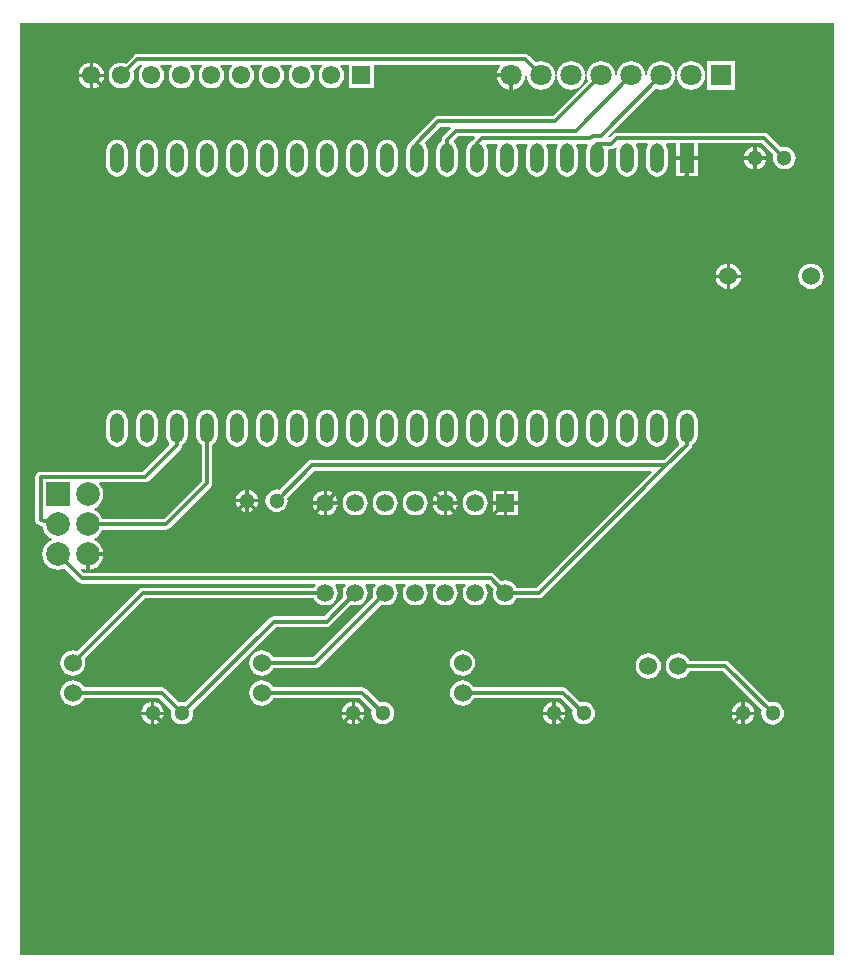
<source format=gbl>
G04 Layer_Physical_Order=2*
G04 Layer_Color=11436288*
%FSLAX25Y25*%
%MOIN*%
G70*
G01*
G75*
%ADD11C,0.01181*%
%ADD12C,0.07874*%
%ADD13R,0.07874X0.07874*%
%ADD14R,0.05906X0.05906*%
%ADD15C,0.05906*%
%ADD16C,0.05118*%
%ADD17C,0.06000*%
%ADD18C,0.07087*%
%ADD19R,0.07087X0.07087*%
%ADD20O,0.04724X0.09843*%
%ADD21R,0.04724X0.09843*%
%ADD22R,0.06102X0.06102*%
%ADD23C,0.06102*%
G36*
X332438Y61263D02*
X61263D01*
Y371808D01*
X332438D01*
Y61263D01*
D02*
G37*
%LPC*%
G36*
X227047Y211260D02*
X223504D01*
Y207717D01*
X227047D01*
Y211260D01*
D02*
G37*
G36*
X222323D02*
X218780D01*
Y207717D01*
X222323D01*
Y211260D01*
D02*
G37*
G36*
X162323D02*
X158822D01*
X158886Y210771D01*
X159302Y209766D01*
X159965Y208902D01*
X160829Y208240D01*
X161834Y207823D01*
X162323Y207759D01*
Y211260D01*
D02*
G37*
G36*
X202323D02*
X198822D01*
X198886Y210771D01*
X199302Y209766D01*
X199965Y208902D01*
X200829Y208240D01*
X201834Y207823D01*
X202323Y207759D01*
Y211260D01*
D02*
G37*
G36*
X167005D02*
X163504D01*
Y207759D01*
X163993Y207823D01*
X164998Y208240D01*
X165862Y208902D01*
X166524Y209766D01*
X166941Y210771D01*
X167005Y211260D01*
D02*
G37*
G36*
X172913Y216020D02*
X171834Y215878D01*
X170829Y215461D01*
X169965Y214799D01*
X169302Y213935D01*
X168886Y212930D01*
X168744Y211850D01*
X168886Y210771D01*
X169302Y209766D01*
X169965Y208902D01*
X170829Y208240D01*
X171834Y207823D01*
X172913Y207681D01*
X173993Y207823D01*
X174998Y208240D01*
X175862Y208902D01*
X176524Y209766D01*
X176941Y210771D01*
X177083Y211850D01*
X176941Y212930D01*
X176524Y213935D01*
X175862Y214799D01*
X174998Y215461D01*
X173993Y215878D01*
X172913Y216020D01*
D02*
G37*
G36*
X88825Y194134D02*
X84331D01*
Y189640D01*
X85076Y189738D01*
X86321Y190254D01*
X87391Y191074D01*
X88211Y192143D01*
X88727Y193388D01*
X88825Y194134D01*
D02*
G37*
G36*
X182913Y216020D02*
X181834Y215878D01*
X180829Y215461D01*
X179965Y214799D01*
X179303Y213935D01*
X178886Y212930D01*
X178744Y211850D01*
X178886Y210771D01*
X179303Y209766D01*
X179965Y208902D01*
X180829Y208240D01*
X181834Y207823D01*
X182913Y207681D01*
X183993Y207823D01*
X184998Y208240D01*
X185862Y208902D01*
X186524Y209766D01*
X186941Y210771D01*
X187083Y211850D01*
X186941Y212930D01*
X186524Y213935D01*
X185862Y214799D01*
X184998Y215461D01*
X183993Y215878D01*
X182913Y216020D01*
D02*
G37*
G36*
X212913D02*
X211834Y215878D01*
X210829Y215461D01*
X209965Y214799D01*
X209302Y213935D01*
X208886Y212930D01*
X208744Y211850D01*
X208886Y210771D01*
X209302Y209766D01*
X209965Y208902D01*
X210829Y208240D01*
X211834Y207823D01*
X212913Y207681D01*
X213993Y207823D01*
X214998Y208240D01*
X215862Y208902D01*
X216524Y209766D01*
X216941Y210771D01*
X217083Y211850D01*
X216941Y212930D01*
X216524Y213935D01*
X215862Y214799D01*
X214998Y215461D01*
X213993Y215878D01*
X212913Y216020D01*
D02*
G37*
G36*
X192913D02*
X191834Y215878D01*
X190829Y215461D01*
X189965Y214799D01*
X189303Y213935D01*
X188886Y212930D01*
X188744Y211850D01*
X188886Y210771D01*
X189303Y209766D01*
X189965Y208902D01*
X190829Y208240D01*
X191834Y207823D01*
X192913Y207681D01*
X193993Y207823D01*
X194998Y208240D01*
X195862Y208902D01*
X196524Y209766D01*
X196941Y210771D01*
X197083Y211850D01*
X196941Y212930D01*
X196524Y213935D01*
X195862Y214799D01*
X194998Y215461D01*
X193993Y215878D01*
X192913Y216020D01*
D02*
G37*
G36*
X207005Y211260D02*
X203504D01*
Y207759D01*
X203993Y207823D01*
X204998Y208240D01*
X205862Y208902D01*
X206524Y209766D01*
X206941Y210771D01*
X207005Y211260D01*
D02*
G37*
G36*
X222323Y215984D02*
X218780D01*
Y212441D01*
X222323D01*
Y215984D01*
D02*
G37*
G36*
X203504Y215942D02*
Y212441D01*
X207005D01*
X206941Y212930D01*
X206524Y213935D01*
X205862Y214799D01*
X204998Y215461D01*
X203993Y215878D01*
X203504Y215942D01*
D02*
G37*
G36*
X227047Y215984D02*
X223504D01*
Y212441D01*
X227047D01*
Y215984D01*
D02*
G37*
G36*
X137401Y216293D02*
Y213189D01*
X140506D01*
X140455Y213575D01*
X140078Y214485D01*
X139479Y215266D01*
X138697Y215865D01*
X137787Y216242D01*
X137401Y216293D01*
D02*
G37*
G36*
X136221D02*
X135835Y216242D01*
X134925Y215865D01*
X134143Y215266D01*
X133544Y214485D01*
X133167Y213575D01*
X133116Y213189D01*
X136221D01*
Y216293D01*
D02*
G37*
G36*
X140506Y212008D02*
X137401D01*
Y208904D01*
X137787Y208955D01*
X138697Y209331D01*
X139479Y209931D01*
X140078Y210712D01*
X140455Y211622D01*
X140506Y212008D01*
D02*
G37*
G36*
X136221D02*
X133116D01*
X133167Y211622D01*
X133544Y210712D01*
X134143Y209931D01*
X134925Y209331D01*
X135835Y208955D01*
X136221Y208904D01*
Y212008D01*
D02*
G37*
G36*
X162323Y215942D02*
X161834Y215878D01*
X160829Y215461D01*
X159965Y214799D01*
X159302Y213935D01*
X158886Y212930D01*
X158822Y212441D01*
X162323D01*
Y215942D01*
D02*
G37*
G36*
X202323D02*
X201834Y215878D01*
X200829Y215461D01*
X199965Y214799D01*
X199302Y213935D01*
X198886Y212930D01*
X198822Y212441D01*
X202323D01*
Y215942D01*
D02*
G37*
G36*
X163504D02*
Y212441D01*
X167005D01*
X166941Y212930D01*
X166524Y213935D01*
X165862Y214799D01*
X164998Y215461D01*
X163993Y215878D01*
X163504Y215942D01*
D02*
G37*
G36*
X283465Y242904D02*
X282540Y242783D01*
X281678Y242426D01*
X280938Y241858D01*
X280369Y241118D01*
X280012Y240256D01*
X279891Y239331D01*
Y234212D01*
X280012Y233288D01*
X280369Y232426D01*
X280938Y231685D01*
X280963Y231303D01*
X275866Y226206D01*
X158455D01*
X157764Y226069D01*
X157178Y225677D01*
X147710Y216209D01*
X147630Y216242D01*
X146654Y216371D01*
X145677Y216242D01*
X144767Y215865D01*
X143986Y215266D01*
X143387Y214485D01*
X143010Y213575D01*
X142881Y212598D01*
X143010Y211622D01*
X143387Y210712D01*
X143986Y209931D01*
X144767Y209331D01*
X145677Y208955D01*
X146654Y208826D01*
X147630Y208955D01*
X148540Y209331D01*
X149321Y209931D01*
X149921Y210712D01*
X150297Y211622D01*
X150426Y212598D01*
X150297Y213575D01*
X150264Y213655D01*
X159203Y222594D01*
X271600D01*
X271792Y222132D01*
X233317Y183657D01*
X226640D01*
X226524Y183935D01*
X225862Y184799D01*
X224998Y185461D01*
X223992Y185878D01*
X222913Y186020D01*
X221834Y185878D01*
X221556Y185763D01*
X219341Y187977D01*
X218755Y188369D01*
X218064Y188506D01*
X82513D01*
X81411Y189608D01*
X81694Y190032D01*
X82404Y189738D01*
X83150Y189640D01*
Y194724D01*
X83740D01*
Y195315D01*
X88825D01*
X88727Y196061D01*
X88211Y197306D01*
X87391Y198375D01*
X86321Y199195D01*
X85697Y199454D01*
Y199995D01*
X86321Y200254D01*
X87391Y201074D01*
X88211Y202143D01*
X88532Y202918D01*
X109800D01*
X110491Y203056D01*
X111077Y203447D01*
X124742Y217112D01*
X125134Y217698D01*
X125271Y218389D01*
Y231132D01*
X125992Y231685D01*
X126560Y232426D01*
X126917Y233288D01*
X127039Y234212D01*
Y239331D01*
X126917Y240256D01*
X126560Y241118D01*
X125992Y241858D01*
X125251Y242426D01*
X124390Y242783D01*
X123465Y242904D01*
X122540Y242783D01*
X121678Y242426D01*
X120938Y241858D01*
X120370Y241118D01*
X120012Y240256D01*
X119891Y239331D01*
Y234212D01*
X120012Y233288D01*
X120370Y232426D01*
X120938Y231685D01*
X121658Y231132D01*
Y219137D01*
X109052Y206531D01*
X88532D01*
X88211Y207306D01*
X87391Y208375D01*
X86321Y209195D01*
X85697Y209454D01*
Y209995D01*
X86321Y210254D01*
X87391Y211074D01*
X88211Y212143D01*
X88727Y213388D01*
X88902Y214724D01*
X88727Y216060D01*
X88211Y217305D01*
X87529Y218194D01*
X87762Y218694D01*
X102750D01*
X103441Y218831D01*
X104027Y219223D01*
X114742Y229937D01*
X115134Y230523D01*
X115252Y231118D01*
X115992Y231685D01*
X116560Y232426D01*
X116917Y233288D01*
X117039Y234212D01*
Y239331D01*
X116917Y240256D01*
X116560Y241118D01*
X115992Y241858D01*
X115252Y242426D01*
X114390Y242783D01*
X113465Y242904D01*
X112540Y242783D01*
X111678Y242426D01*
X110938Y241858D01*
X110370Y241118D01*
X110012Y240256D01*
X109891Y239331D01*
Y234212D01*
X110012Y233288D01*
X110370Y232426D01*
X110938Y231685D01*
X110965Y231269D01*
X102002Y222306D01*
X68000D01*
X67309Y222169D01*
X66723Y221777D01*
X66331Y221191D01*
X66194Y220500D01*
Y206250D01*
X66217Y206131D01*
X66210Y206011D01*
X66285Y205789D01*
X66331Y205559D01*
D01*
X66398Y205458D01*
X66438Y205344D01*
X66592Y205168D01*
X66723Y204973D01*
X66823Y204906D01*
X66903Y204815D01*
X67114Y204711D01*
X67309Y204581D01*
X67427Y204557D01*
X67536Y204504D01*
X68646Y204209D01*
X68754Y203388D01*
X69270Y202143D01*
X70090Y201074D01*
X71159Y200254D01*
X71784Y199995D01*
Y199454D01*
X71159Y199195D01*
X70090Y198375D01*
X69270Y197306D01*
X68754Y196061D01*
X68578Y194724D01*
X68754Y193388D01*
X69270Y192143D01*
X70090Y191074D01*
X71159Y190254D01*
X72404Y189738D01*
X73740Y189562D01*
X75076Y189738D01*
X75851Y190059D01*
X80487Y185423D01*
X81073Y185031D01*
X81765Y184894D01*
X159408D01*
X159654Y184394D01*
X159302Y183935D01*
X159187Y183657D01*
X102047D01*
X101356Y183519D01*
X100770Y183128D01*
X80134Y162492D01*
X79832Y162617D01*
X78740Y162761D01*
X77649Y162617D01*
X76632Y162196D01*
X75758Y161525D01*
X75088Y160652D01*
X74667Y159635D01*
X74523Y158543D01*
X74667Y157452D01*
X75088Y156435D01*
X75758Y155561D01*
X76632Y154891D01*
X77649Y154470D01*
X78740Y154326D01*
X79832Y154470D01*
X80849Y154891D01*
X81722Y155561D01*
X82392Y156435D01*
X82814Y157452D01*
X82957Y158543D01*
X82814Y159635D01*
X82688Y159937D01*
X102795Y180044D01*
X159187D01*
X159302Y179766D01*
X159965Y178902D01*
X160829Y178240D01*
X161834Y177823D01*
X162913Y177681D01*
X163993Y177823D01*
X164998Y178240D01*
X165862Y178902D01*
X166524Y179766D01*
X166941Y180771D01*
X167083Y181850D01*
X166941Y182930D01*
X166524Y183935D01*
X166173Y184394D01*
X166419Y184894D01*
X169408D01*
X169654Y184394D01*
X169302Y183935D01*
X168886Y182930D01*
X168744Y181850D01*
X168886Y180771D01*
X169001Y180493D01*
X162615Y174106D01*
X145725D01*
X145034Y173969D01*
X144448Y173577D01*
X116214Y145343D01*
X116134Y145376D01*
X115157Y145505D01*
X114181Y145376D01*
X114101Y145343D01*
X109624Y149821D01*
X109037Y150212D01*
X108346Y150350D01*
X82518D01*
X82392Y150652D01*
X81722Y151525D01*
X80849Y152196D01*
X79832Y152617D01*
X78740Y152761D01*
X77649Y152617D01*
X76632Y152196D01*
X75758Y151525D01*
X75088Y150652D01*
X74667Y149635D01*
X74523Y148543D01*
X74667Y147452D01*
X75088Y146435D01*
X75758Y145561D01*
X76632Y144891D01*
X77649Y144470D01*
X78740Y144326D01*
X79832Y144470D01*
X80849Y144891D01*
X81722Y145561D01*
X82392Y146435D01*
X82518Y146737D01*
X107598D01*
X111547Y142788D01*
X111513Y142709D01*
X111385Y141732D01*
X111513Y140756D01*
X111890Y139846D01*
X112490Y139065D01*
X113271Y138465D01*
X114181Y138088D01*
X115157Y137960D01*
X116134Y138088D01*
X117044Y138465D01*
X117825Y139065D01*
X118424Y139846D01*
X118801Y140756D01*
X118930Y141732D01*
X118801Y142709D01*
X118768Y142788D01*
X146473Y170494D01*
X163363D01*
X164054Y170631D01*
X164640Y171023D01*
X171556Y177938D01*
X171834Y177823D01*
X172913Y177681D01*
X173993Y177823D01*
X174998Y178240D01*
X175862Y178902D01*
X176524Y179766D01*
X176941Y180771D01*
X177083Y181850D01*
X176941Y182930D01*
X176524Y183935D01*
X176172Y184394D01*
X176419Y184894D01*
X179408D01*
X179654Y184394D01*
X179303Y183935D01*
X178886Y182930D01*
X178744Y181850D01*
X178886Y180771D01*
X179001Y180493D01*
X158858Y160350D01*
X145510D01*
X145384Y160652D01*
X144714Y161525D01*
X143841Y162196D01*
X142824Y162617D01*
X141732Y162761D01*
X140641Y162617D01*
X139624Y162196D01*
X138750Y161525D01*
X138080Y160652D01*
X137659Y159635D01*
X137515Y158543D01*
X137659Y157452D01*
X138080Y156435D01*
X138750Y155561D01*
X139624Y154891D01*
X140641Y154470D01*
X141732Y154326D01*
X142824Y154470D01*
X143841Y154891D01*
X144714Y155561D01*
X145384Y156435D01*
X145510Y156737D01*
X159606D01*
X160298Y156875D01*
X160884Y157266D01*
X181556Y177938D01*
X181834Y177823D01*
X182913Y177681D01*
X183993Y177823D01*
X184998Y178240D01*
X185862Y178902D01*
X186524Y179766D01*
X186941Y180771D01*
X187083Y181850D01*
X186941Y182930D01*
X186524Y183935D01*
X186172Y184394D01*
X186419Y184894D01*
X189408D01*
X189654Y184394D01*
X189303Y183935D01*
X188886Y182930D01*
X188744Y181850D01*
X188886Y180771D01*
X189303Y179766D01*
X189965Y178902D01*
X190829Y178240D01*
X191834Y177823D01*
X192913Y177681D01*
X193993Y177823D01*
X194998Y178240D01*
X195862Y178902D01*
X196524Y179766D01*
X196941Y180771D01*
X197083Y181850D01*
X196941Y182930D01*
X196524Y183935D01*
X196172Y184394D01*
X196419Y184894D01*
X199408D01*
X199654Y184394D01*
X199302Y183935D01*
X198886Y182930D01*
X198744Y181850D01*
X198886Y180771D01*
X199302Y179766D01*
X199965Y178902D01*
X200829Y178240D01*
X201834Y177823D01*
X202913Y177681D01*
X203993Y177823D01*
X204998Y178240D01*
X205862Y178902D01*
X206524Y179766D01*
X206941Y180771D01*
X207083Y181850D01*
X206941Y182930D01*
X206524Y183935D01*
X206172Y184394D01*
X206419Y184894D01*
X209408D01*
X209654Y184394D01*
X209302Y183935D01*
X208886Y182930D01*
X208744Y181850D01*
X208886Y180771D01*
X209302Y179766D01*
X209965Y178902D01*
X210829Y178240D01*
X211834Y177823D01*
X212913Y177681D01*
X213993Y177823D01*
X214998Y178240D01*
X215862Y178902D01*
X216524Y179766D01*
X216941Y180771D01*
X217083Y181850D01*
X216941Y182930D01*
X216524Y183935D01*
X216173Y184394D01*
X216419Y184894D01*
X217316D01*
X219001Y183208D01*
X218886Y182930D01*
X218744Y181850D01*
X218886Y180771D01*
X219303Y179766D01*
X219965Y178902D01*
X220829Y178240D01*
X221834Y177823D01*
X222913Y177681D01*
X223992Y177823D01*
X224998Y178240D01*
X225862Y178902D01*
X226524Y179766D01*
X226640Y180044D01*
X234065D01*
X234756Y180182D01*
X235342Y180573D01*
X277892Y223123D01*
X284742Y229973D01*
X285134Y230559D01*
X285244Y231114D01*
X285251Y231118D01*
X285992Y231685D01*
X286560Y232426D01*
X286917Y233288D01*
X287038Y234212D01*
Y239331D01*
X286917Y240256D01*
X286560Y241118D01*
X285992Y241858D01*
X285251Y242426D01*
X284390Y242783D01*
X283465Y242904D01*
D02*
G37*
G36*
X175939Y141142D02*
X172835D01*
Y138038D01*
X173221Y138088D01*
X174130Y138465D01*
X174912Y139065D01*
X175511Y139846D01*
X175888Y140756D01*
X175939Y141142D01*
D02*
G37*
G36*
X171654D02*
X168550D01*
X168600Y140756D01*
X168977Y139846D01*
X169577Y139065D01*
X170358Y138465D01*
X171268Y138088D01*
X171654Y138038D01*
Y141142D01*
D02*
G37*
G36*
X238583D02*
X235478D01*
X235529Y140756D01*
X235906Y139846D01*
X236506Y139065D01*
X237287Y138465D01*
X238197Y138088D01*
X238583Y138038D01*
Y141142D01*
D02*
G37*
G36*
X301575D02*
X298471D01*
X298521Y140756D01*
X298898Y139846D01*
X299498Y139065D01*
X300279Y138465D01*
X301189Y138088D01*
X301575Y138038D01*
Y141142D01*
D02*
G37*
G36*
X242868D02*
X239764D01*
Y138038D01*
X240150Y138088D01*
X241059Y138465D01*
X241841Y139065D01*
X242440Y139846D01*
X242817Y140756D01*
X242868Y141142D01*
D02*
G37*
G36*
X208661Y152761D02*
X207570Y152617D01*
X206553Y152196D01*
X205679Y151525D01*
X205009Y150652D01*
X204588Y149635D01*
X204444Y148543D01*
X204588Y147452D01*
X205009Y146435D01*
X205679Y145561D01*
X206553Y144891D01*
X207570Y144470D01*
X208661Y144326D01*
X209753Y144470D01*
X210770Y144891D01*
X211643Y145561D01*
X212314Y146435D01*
X212439Y146737D01*
X241456D01*
X245405Y142788D01*
X245372Y142709D01*
X245243Y141732D01*
X245372Y140756D01*
X245749Y139846D01*
X246348Y139065D01*
X247130Y138465D01*
X248039Y138088D01*
X249016Y137960D01*
X249992Y138088D01*
X250902Y138465D01*
X251683Y139065D01*
X252283Y139846D01*
X252660Y140756D01*
X252788Y141732D01*
X252660Y142709D01*
X252283Y143618D01*
X251683Y144400D01*
X250902Y144999D01*
X249992Y145376D01*
X249016Y145505D01*
X248039Y145376D01*
X247960Y145343D01*
X243482Y149821D01*
X242896Y150212D01*
X242205Y150350D01*
X212439D01*
X212314Y150652D01*
X211643Y151525D01*
X210770Y152196D01*
X209753Y152617D01*
X208661Y152761D01*
D02*
G37*
G36*
X141732D02*
X140641Y152617D01*
X139624Y152196D01*
X138750Y151525D01*
X138080Y150652D01*
X137659Y149635D01*
X137515Y148543D01*
X137659Y147452D01*
X138080Y146435D01*
X138750Y145561D01*
X139624Y144891D01*
X140641Y144470D01*
X141732Y144326D01*
X142824Y144470D01*
X143841Y144891D01*
X144714Y145561D01*
X145384Y146435D01*
X145510Y146737D01*
X174527D01*
X178476Y142788D01*
X178443Y142709D01*
X178314Y141732D01*
X178443Y140756D01*
X178820Y139846D01*
X179419Y139065D01*
X180200Y138465D01*
X181110Y138088D01*
X182087Y137960D01*
X183063Y138088D01*
X183973Y138465D01*
X184754Y139065D01*
X185354Y139846D01*
X185731Y140756D01*
X185859Y141732D01*
X185731Y142709D01*
X185354Y143618D01*
X184754Y144400D01*
X183973Y144999D01*
X183063Y145376D01*
X182087Y145505D01*
X181110Y145376D01*
X181030Y145343D01*
X176553Y149821D01*
X175967Y150212D01*
X175275Y150350D01*
X145510D01*
X145384Y150652D01*
X144714Y151525D01*
X143841Y152196D01*
X142824Y152617D01*
X141732Y152761D01*
D02*
G37*
G36*
X280591Y161698D02*
X279499Y161554D01*
X278482Y161133D01*
X277609Y160462D01*
X276938Y159589D01*
X276517Y158572D01*
X276373Y157480D01*
X276517Y156389D01*
X276938Y155372D01*
X277609Y154498D01*
X278482Y153828D01*
X279499Y153407D01*
X280591Y153263D01*
X281682Y153407D01*
X282699Y153828D01*
X283573Y154498D01*
X284243Y155372D01*
X284368Y155674D01*
X295511D01*
X308397Y142788D01*
D01*
D01*
X308364Y142709D01*
X308235Y141732D01*
X308364Y140756D01*
X308741Y139846D01*
X309340Y139065D01*
X310122Y138465D01*
X311031Y138088D01*
X312008Y137960D01*
X312984Y138088D01*
X313894Y138465D01*
X314675Y139065D01*
X315275Y139846D01*
X315652Y140756D01*
X315780Y141732D01*
X315652Y142709D01*
X315275Y143618D01*
X314675Y144400D01*
X313894Y144999D01*
X312984Y145376D01*
X312008Y145505D01*
X311031Y145376D01*
X310952Y145343D01*
D01*
X297537Y158758D01*
X296951Y159149D01*
X296260Y159287D01*
X284368D01*
X284243Y159589D01*
X283573Y160462D01*
X282699Y161133D01*
X281682Y161554D01*
X280591Y161698D01*
D02*
G37*
G36*
X109010Y141142D02*
X105905D01*
Y138038D01*
X106291Y138088D01*
X107201Y138465D01*
X107983Y139065D01*
X108582Y139846D01*
X108959Y140756D01*
X109010Y141142D01*
D02*
G37*
G36*
X104725D02*
X101620D01*
X101671Y140756D01*
X102048Y139846D01*
X102647Y139065D01*
X103429Y138465D01*
X104339Y138088D01*
X104725Y138038D01*
Y141142D01*
D02*
G37*
G36*
X305860D02*
X302756D01*
Y138038D01*
X303142Y138088D01*
X304052Y138465D01*
X304833Y139065D01*
X305432Y139846D01*
X305809Y140756D01*
X305860Y141142D01*
D02*
G37*
G36*
X301575Y145427D02*
X301189Y145376D01*
X300279Y144999D01*
X299498Y144400D01*
X298898Y143618D01*
X298521Y142709D01*
X298471Y142323D01*
X301575D01*
Y145427D01*
D02*
G37*
G36*
X239764D02*
Y142323D01*
X242868D01*
X242817Y142709D01*
X242440Y143618D01*
X241841Y144400D01*
X241059Y144999D01*
X240150Y145376D01*
X239764Y145427D01*
D02*
G37*
G36*
X302756D02*
Y142323D01*
X305860D01*
X305809Y142709D01*
X305432Y143618D01*
X304833Y144400D01*
X304052Y144999D01*
X303142Y145376D01*
X302756Y145427D01*
D02*
G37*
G36*
X208661Y162761D02*
X207570Y162617D01*
X206553Y162196D01*
X205679Y161525D01*
X205009Y160652D01*
X204588Y159635D01*
X204444Y158543D01*
X204588Y157452D01*
X205009Y156435D01*
X205679Y155561D01*
X206553Y154891D01*
X207570Y154470D01*
X208661Y154326D01*
X209753Y154470D01*
X210770Y154891D01*
X211643Y155561D01*
X212314Y156435D01*
X212735Y157452D01*
X212879Y158543D01*
X212735Y159635D01*
X212314Y160652D01*
X211643Y161525D01*
X210770Y162196D01*
X209753Y162617D01*
X208661Y162761D01*
D02*
G37*
G36*
X270591Y161698D02*
X269499Y161554D01*
X268482Y161133D01*
X267609Y160462D01*
X266938Y159589D01*
X266517Y158572D01*
X266373Y157480D01*
X266517Y156389D01*
X266938Y155372D01*
X267609Y154498D01*
X268482Y153828D01*
X269499Y153407D01*
X270591Y153263D01*
X271682Y153407D01*
X272699Y153828D01*
X273573Y154498D01*
X274243Y155372D01*
X274664Y156389D01*
X274808Y157480D01*
X274664Y158572D01*
X274243Y159589D01*
X273573Y160462D01*
X272699Y161133D01*
X271682Y161554D01*
X270591Y161698D01*
D02*
G37*
G36*
X105905Y145427D02*
Y142323D01*
X109010D01*
X108959Y142709D01*
X108582Y143618D01*
X107983Y144400D01*
X107201Y144999D01*
X106291Y145376D01*
X105905Y145427D01*
D02*
G37*
G36*
X104725D02*
X104339Y145376D01*
X103429Y144999D01*
X102647Y144400D01*
X102048Y143618D01*
X101671Y142709D01*
X101620Y142323D01*
X104725D01*
Y145427D01*
D02*
G37*
G36*
X171654D02*
X171268Y145376D01*
X170358Y144999D01*
X169577Y144400D01*
X168977Y143618D01*
X168600Y142709D01*
X168550Y142323D01*
X171654D01*
Y145427D01*
D02*
G37*
G36*
X238583D02*
X238197Y145376D01*
X237287Y144999D01*
X236506Y144400D01*
X235906Y143618D01*
X235529Y142709D01*
X235478Y142323D01*
X238583D01*
Y145427D01*
D02*
G37*
G36*
X172835D02*
Y142323D01*
X175939D01*
X175888Y142709D01*
X175511Y143618D01*
X174912Y144400D01*
X174130Y144999D01*
X173221Y145376D01*
X172835Y145427D01*
D02*
G37*
G36*
X93465Y242904D02*
X92540Y242783D01*
X91678Y242426D01*
X90938Y241858D01*
X90369Y241118D01*
X90013Y240256D01*
X89891Y239331D01*
Y234212D01*
X90013Y233288D01*
X90369Y232426D01*
X90938Y231685D01*
X91678Y231118D01*
X92540Y230760D01*
X93465Y230639D01*
X94390Y230760D01*
X95252Y231118D01*
X95992Y231685D01*
X96560Y232426D01*
X96917Y233288D01*
X97039Y234212D01*
Y239331D01*
X96917Y240256D01*
X96560Y241118D01*
X95992Y241858D01*
X95252Y242426D01*
X94390Y242783D01*
X93465Y242904D01*
D02*
G37*
G36*
X173465Y332905D02*
X172540Y332783D01*
X171678Y332426D01*
X170938Y331858D01*
X170370Y331118D01*
X170012Y330256D01*
X169891Y329331D01*
Y324213D01*
X170012Y323288D01*
X170370Y322426D01*
X170938Y321685D01*
X171678Y321117D01*
X172540Y320760D01*
X173465Y320639D01*
X174390Y320760D01*
X175251Y321117D01*
X175992Y321685D01*
X176560Y322426D01*
X176917Y323288D01*
X177039Y324213D01*
Y329331D01*
X176917Y330256D01*
X176560Y331118D01*
X175992Y331858D01*
X175251Y332426D01*
X174390Y332783D01*
X173465Y332905D01*
D02*
G37*
G36*
X163465D02*
X162540Y332783D01*
X161678Y332426D01*
X160938Y331858D01*
X160370Y331118D01*
X160012Y330256D01*
X159891Y329331D01*
Y324213D01*
X160012Y323288D01*
X160370Y322426D01*
X160938Y321685D01*
X161678Y321117D01*
X162540Y320760D01*
X163465Y320639D01*
X164390Y320760D01*
X165252Y321117D01*
X165992Y321685D01*
X166560Y322426D01*
X166917Y323288D01*
X167039Y324213D01*
Y329331D01*
X166917Y330256D01*
X166560Y331118D01*
X165992Y331858D01*
X165252Y332426D01*
X164390Y332783D01*
X163465Y332905D01*
D02*
G37*
G36*
X183465D02*
X182540Y332783D01*
X181678Y332426D01*
X180938Y331858D01*
X180369Y331118D01*
X180013Y330256D01*
X179891Y329331D01*
Y324213D01*
X180013Y323288D01*
X180369Y322426D01*
X180938Y321685D01*
X181678Y321117D01*
X182540Y320760D01*
X183465Y320639D01*
X184390Y320760D01*
X185251Y321117D01*
X185992Y321685D01*
X186560Y322426D01*
X186917Y323288D01*
X187039Y324213D01*
Y329331D01*
X186917Y330256D01*
X186560Y331118D01*
X185992Y331858D01*
X185251Y332426D01*
X184390Y332783D01*
X183465Y332905D01*
D02*
G37*
G36*
X287008Y326181D02*
X284055D01*
Y320669D01*
X287008D01*
Y326181D01*
D02*
G37*
G36*
X282874D02*
X279921D01*
Y320669D01*
X282874D01*
Y326181D01*
D02*
G37*
G36*
X153465Y332905D02*
X152540Y332783D01*
X151678Y332426D01*
X150937Y331858D01*
X150370Y331118D01*
X150013Y330256D01*
X149891Y329331D01*
Y324213D01*
X150013Y323288D01*
X150370Y322426D01*
X150937Y321685D01*
X151678Y321117D01*
X152540Y320760D01*
X153465Y320639D01*
X154390Y320760D01*
X155252Y321117D01*
X155992Y321685D01*
X156560Y322426D01*
X156917Y323288D01*
X157038Y324213D01*
Y329331D01*
X156917Y330256D01*
X156560Y331118D01*
X155992Y331858D01*
X155252Y332426D01*
X154390Y332783D01*
X153465Y332905D01*
D02*
G37*
G36*
X113465D02*
X112540Y332783D01*
X111678Y332426D01*
X110938Y331858D01*
X110370Y331118D01*
X110012Y330256D01*
X109891Y329331D01*
Y324213D01*
X110012Y323288D01*
X110370Y322426D01*
X110938Y321685D01*
X111678Y321117D01*
X112540Y320760D01*
X113465Y320639D01*
X114390Y320760D01*
X115252Y321117D01*
X115992Y321685D01*
X116560Y322426D01*
X116917Y323288D01*
X117039Y324213D01*
Y329331D01*
X116917Y330256D01*
X116560Y331118D01*
X115992Y331858D01*
X115252Y332426D01*
X114390Y332783D01*
X113465Y332905D01*
D02*
G37*
G36*
X103465D02*
X102540Y332783D01*
X101678Y332426D01*
X100937Y331858D01*
X100370Y331118D01*
X100013Y330256D01*
X99891Y329331D01*
Y324213D01*
X100013Y323288D01*
X100370Y322426D01*
X100937Y321685D01*
X101678Y321117D01*
X102540Y320760D01*
X103465Y320639D01*
X104390Y320760D01*
X105252Y321117D01*
X105992Y321685D01*
X106560Y322426D01*
X106917Y323288D01*
X107038Y324213D01*
Y329331D01*
X106917Y330256D01*
X106560Y331118D01*
X105992Y331858D01*
X105252Y332426D01*
X104390Y332783D01*
X103465Y332905D01*
D02*
G37*
G36*
X123465D02*
X122540Y332783D01*
X121678Y332426D01*
X120938Y331858D01*
X120370Y331118D01*
X120012Y330256D01*
X119891Y329331D01*
Y324213D01*
X120012Y323288D01*
X120370Y322426D01*
X120938Y321685D01*
X121678Y321117D01*
X122540Y320760D01*
X123465Y320639D01*
X124390Y320760D01*
X125251Y321117D01*
X125992Y321685D01*
X126560Y322426D01*
X126917Y323288D01*
X127039Y324213D01*
Y329331D01*
X126917Y330256D01*
X126560Y331118D01*
X125992Y331858D01*
X125251Y332426D01*
X124390Y332783D01*
X123465Y332905D01*
D02*
G37*
G36*
X143465D02*
X142540Y332783D01*
X141678Y332426D01*
X140937Y331858D01*
X140369Y331118D01*
X140013Y330256D01*
X139891Y329331D01*
Y324213D01*
X140013Y323288D01*
X140369Y322426D01*
X140937Y321685D01*
X141678Y321117D01*
X142540Y320760D01*
X143465Y320639D01*
X144390Y320760D01*
X145252Y321117D01*
X145992Y321685D01*
X146560Y322426D01*
X146917Y323288D01*
X147038Y324213D01*
Y329331D01*
X146917Y330256D01*
X146560Y331118D01*
X145992Y331858D01*
X145252Y332426D01*
X144390Y332783D01*
X143465Y332905D01*
D02*
G37*
G36*
X133465D02*
X132540Y332783D01*
X131678Y332426D01*
X130938Y331858D01*
X130369Y331118D01*
X130013Y330256D01*
X129891Y329331D01*
Y324213D01*
X130013Y323288D01*
X130369Y322426D01*
X130938Y321685D01*
X131678Y321117D01*
X132540Y320760D01*
X133465Y320639D01*
X134390Y320760D01*
X135251Y321117D01*
X135992Y321685D01*
X136560Y322426D01*
X136917Y323288D01*
X137039Y324213D01*
Y329331D01*
X136917Y330256D01*
X136560Y331118D01*
X135992Y331858D01*
X135251Y332426D01*
X134390Y332783D01*
X133465Y332905D01*
D02*
G37*
G36*
X89112Y353740D02*
X85512D01*
Y350140D01*
X86026Y350207D01*
X87056Y350634D01*
X87940Y351312D01*
X88618Y352196D01*
X89044Y353226D01*
X89112Y353740D01*
D02*
G37*
G36*
X84331D02*
X80730D01*
X80798Y353226D01*
X81224Y352196D01*
X81903Y351312D01*
X82787Y350634D01*
X83816Y350207D01*
X84331Y350140D01*
Y353740D01*
D02*
G37*
G36*
Y358522D02*
X83816Y358454D01*
X82787Y358028D01*
X81903Y357349D01*
X81224Y356465D01*
X80798Y355436D01*
X80730Y354921D01*
X84331D01*
Y358522D01*
D02*
G37*
G36*
X229473Y361506D02*
X100290D01*
X99599Y361369D01*
X99013Y360977D01*
X96354Y358318D01*
X96026Y358454D01*
X94921Y358600D01*
X93816Y358454D01*
X92787Y358028D01*
X91903Y357349D01*
X91224Y356465D01*
X90798Y355436D01*
X90652Y354331D01*
X90798Y353226D01*
X91224Y352196D01*
X91903Y351312D01*
X92787Y350634D01*
X93816Y350207D01*
X94921Y350062D01*
X96026Y350207D01*
X97056Y350634D01*
X97940Y351312D01*
X98618Y352196D01*
X99045Y353226D01*
X99190Y354331D01*
X99045Y355436D01*
X98909Y355764D01*
X101039Y357894D01*
X101834D01*
X101995Y357420D01*
X101903Y357349D01*
X101224Y356465D01*
X100798Y355436D01*
X100652Y354331D01*
X100798Y353226D01*
X101224Y352196D01*
X101903Y351312D01*
X102787Y350634D01*
X103816Y350207D01*
X104921Y350062D01*
X106026Y350207D01*
X107056Y350634D01*
X107940Y351312D01*
X108618Y352196D01*
X109045Y353226D01*
X109190Y354331D01*
X109045Y355436D01*
X108618Y356465D01*
X107940Y357349D01*
X107847Y357420D01*
X108008Y357894D01*
X111834D01*
X111995Y357420D01*
X111903Y357349D01*
X111224Y356465D01*
X110798Y355436D01*
X110652Y354331D01*
X110798Y353226D01*
X111224Y352196D01*
X111903Y351312D01*
X112787Y350634D01*
X113816Y350207D01*
X114921Y350062D01*
X116026Y350207D01*
X117056Y350634D01*
X117940Y351312D01*
X118618Y352196D01*
X119044Y353226D01*
X119190Y354331D01*
X119044Y355436D01*
X118618Y356465D01*
X117940Y357349D01*
X117847Y357420D01*
X118008Y357894D01*
X121834D01*
X121995Y357420D01*
X121903Y357349D01*
X121224Y356465D01*
X120798Y355436D01*
X120652Y354331D01*
X120798Y353226D01*
X121224Y352196D01*
X121903Y351312D01*
X122787Y350634D01*
X123816Y350207D01*
X124921Y350062D01*
X126026Y350207D01*
X127056Y350634D01*
X127940Y351312D01*
X128618Y352196D01*
X129044Y353226D01*
X129190Y354331D01*
X129044Y355436D01*
X128618Y356465D01*
X127940Y357349D01*
X127847Y357420D01*
X128008Y357894D01*
X131834D01*
X131995Y357420D01*
X131903Y357349D01*
X131224Y356465D01*
X130798Y355436D01*
X130652Y354331D01*
X130798Y353226D01*
X131224Y352196D01*
X131903Y351312D01*
X132787Y350634D01*
X133816Y350207D01*
X134921Y350062D01*
X136026Y350207D01*
X137056Y350634D01*
X137940Y351312D01*
X138618Y352196D01*
X139044Y353226D01*
X139190Y354331D01*
X139044Y355436D01*
X138618Y356465D01*
X137940Y357349D01*
X137847Y357420D01*
X138008Y357894D01*
X141834D01*
X141995Y357420D01*
X141903Y357349D01*
X141224Y356465D01*
X140798Y355436D01*
X140652Y354331D01*
X140798Y353226D01*
X141224Y352196D01*
X141903Y351312D01*
X142787Y350634D01*
X143816Y350207D01*
X144921Y350062D01*
X146026Y350207D01*
X147056Y350634D01*
X147940Y351312D01*
X148618Y352196D01*
X149045Y353226D01*
X149190Y354331D01*
X149045Y355436D01*
X148618Y356465D01*
X147940Y357349D01*
X147847Y357420D01*
X148008Y357894D01*
X151834D01*
X151995Y357420D01*
X151903Y357349D01*
X151224Y356465D01*
X150798Y355436D01*
X150652Y354331D01*
X150798Y353226D01*
X151224Y352196D01*
X151903Y351312D01*
X152787Y350634D01*
X153816Y350207D01*
X154921Y350062D01*
X156026Y350207D01*
X157056Y350634D01*
X157940Y351312D01*
X158618Y352196D01*
X159045Y353226D01*
X159190Y354331D01*
X159045Y355436D01*
X158618Y356465D01*
X157940Y357349D01*
X157847Y357420D01*
X158008Y357894D01*
X161834D01*
X161995Y357420D01*
X161903Y357349D01*
X161224Y356465D01*
X160798Y355436D01*
X160652Y354331D01*
X160798Y353226D01*
X161224Y352196D01*
X161903Y351312D01*
X162787Y350634D01*
X163816Y350207D01*
X164921Y350062D01*
X166026Y350207D01*
X167056Y350634D01*
X167940Y351312D01*
X168618Y352196D01*
X169044Y353226D01*
X169190Y354331D01*
X169044Y355436D01*
X168618Y356465D01*
X167940Y357349D01*
X167847Y357420D01*
X168008Y357894D01*
X170689D01*
Y350098D01*
X179154D01*
Y357894D01*
X220991D01*
X221238Y357394D01*
X220716Y356713D01*
X220240Y355564D01*
X220155Y354921D01*
X224843D01*
Y354331D01*
X225433D01*
Y349643D01*
X226076Y349728D01*
X227225Y350204D01*
X228212Y350961D01*
X228969Y351948D01*
X229445Y353098D01*
X229561Y353975D01*
Y353975D01*
X229591Y354199D01*
X229593D01*
X229610D01*
X229639D01*
X230047D01*
X230076Y354199D01*
X230092Y354199D01*
X230095D01*
X230124Y353975D01*
Y353975D01*
X230240Y353098D01*
X230716Y351948D01*
X231473Y350961D01*
X232460Y350204D01*
X233609Y349728D01*
X234843Y349566D01*
X236076Y349728D01*
X237225Y350204D01*
X238212Y350961D01*
X238969Y351948D01*
X239445Y353098D01*
X239561Y353975D01*
Y353975D01*
X239591Y354199D01*
X239593D01*
X239610D01*
X239639D01*
X240047D01*
X240075Y354199D01*
X240092Y354199D01*
X240095D01*
X240124Y353975D01*
Y353975D01*
X240240Y353098D01*
X240716Y351948D01*
X241473Y350961D01*
X242460Y350204D01*
X243609Y349728D01*
X244843Y349566D01*
X246076Y349728D01*
X247225Y350204D01*
X248212Y350961D01*
X248969Y351948D01*
X249445Y353098D01*
X249561Y353975D01*
Y353975D01*
X249590Y354199D01*
X249593D01*
X249610D01*
X249639D01*
X250046D01*
X250076Y354199D01*
X250092Y354199D01*
X250095D01*
X250124Y353975D01*
Y353975D01*
X250240Y353098D01*
X250479Y352521D01*
X238806Y340849D01*
X200543D01*
X199851Y340711D01*
X199265Y340320D01*
X192187Y333242D01*
X191796Y332656D01*
X191756Y332458D01*
X191678Y332426D01*
D01*
X190937Y331858D01*
X190369Y331118D01*
X190013Y330256D01*
X189891Y329331D01*
Y324213D01*
X190013Y323288D01*
X190369Y322426D01*
X190937Y321685D01*
X191678Y321117D01*
X192540Y320760D01*
X193465Y320639D01*
X194390Y320760D01*
X195252Y321117D01*
X195992Y321685D01*
X196560Y322426D01*
X196917Y323288D01*
X197038Y324213D01*
Y329331D01*
X196917Y330256D01*
X196560Y331118D01*
X195992Y331858D01*
X195987Y331932D01*
X201291Y337236D01*
X204574D01*
X204782Y336736D01*
X202187Y334142D01*
X201796Y333556D01*
X201658Y332865D01*
Y332411D01*
X200938Y331858D01*
X200370Y331118D01*
X200012Y330256D01*
X199891Y329331D01*
Y324213D01*
X200012Y323288D01*
X200370Y322426D01*
X200938Y321685D01*
X201678Y321117D01*
X202540Y320760D01*
X203465Y320639D01*
X204390Y320760D01*
X205252Y321117D01*
X205992Y321685D01*
X206560Y322426D01*
X206917Y323288D01*
X207038Y324213D01*
Y329331D01*
X206917Y330256D01*
X206560Y331118D01*
X205992Y331858D01*
X205738Y332052D01*
X205706Y332551D01*
X207175Y334020D01*
X212577D01*
X212769Y333559D01*
X212187Y332977D01*
X211873Y332506D01*
X211678Y332426D01*
X210938Y331858D01*
X210369Y331118D01*
X210013Y330256D01*
X209891Y329331D01*
Y324213D01*
X210013Y323288D01*
X210369Y322426D01*
X210938Y321685D01*
X211678Y321117D01*
X212540Y320760D01*
X213465Y320639D01*
X214390Y320760D01*
X215251Y321117D01*
X215992Y321685D01*
X216560Y322426D01*
X216917Y323288D01*
X217038Y324213D01*
Y329331D01*
X216917Y330256D01*
X216560Y331118D01*
X216489Y331210D01*
X216710Y331658D01*
X220219D01*
X220440Y331210D01*
X220370Y331118D01*
X220012Y330256D01*
X219891Y329331D01*
Y324213D01*
X220012Y323288D01*
X220370Y322426D01*
X220937Y321685D01*
X221678Y321117D01*
X222540Y320760D01*
X223465Y320639D01*
X224390Y320760D01*
X225252Y321117D01*
X225992Y321685D01*
X226560Y322426D01*
X226917Y323288D01*
X227039Y324213D01*
Y329331D01*
X226917Y330256D01*
X226560Y331118D01*
X226489Y331210D01*
X226710Y331658D01*
X230219D01*
X230440Y331210D01*
X230369Y331118D01*
X230012Y330256D01*
X229891Y329331D01*
Y324213D01*
X230012Y323288D01*
X230369Y322426D01*
X230938Y321685D01*
X231678Y321117D01*
X232540Y320760D01*
X233465Y320639D01*
X234390Y320760D01*
X235251Y321117D01*
X235992Y321685D01*
X236560Y322426D01*
X236917Y323288D01*
X237038Y324213D01*
Y329331D01*
X236917Y330256D01*
X236560Y331118D01*
X236489Y331210D01*
X236710Y331658D01*
X240219D01*
X240440Y331210D01*
X240370Y331118D01*
X240013Y330256D01*
X239891Y329331D01*
Y324213D01*
X240013Y323288D01*
X240370Y322426D01*
X240937Y321685D01*
X241678Y321117D01*
X242540Y320760D01*
X243465Y320639D01*
X244390Y320760D01*
X245251Y321117D01*
X245992Y321685D01*
X246560Y322426D01*
X246917Y323288D01*
X247039Y324213D01*
Y329331D01*
X246917Y330256D01*
X246560Y331118D01*
X246489Y331210D01*
X246710Y331658D01*
X250219D01*
X250440Y331210D01*
X250370Y331118D01*
X250012Y330256D01*
X249891Y329331D01*
Y324213D01*
X250012Y323288D01*
X250370Y322426D01*
X250938Y321685D01*
X251678Y321117D01*
X252540Y320760D01*
X253465Y320639D01*
X254390Y320760D01*
X255252Y321117D01*
X255992Y321685D01*
X256560Y322426D01*
X256917Y323288D01*
X257038Y324213D01*
Y329331D01*
X257029Y329405D01*
X257358Y329781D01*
X258189D01*
X258880Y329919D01*
X259466Y330311D01*
X259551Y330395D01*
X259647Y330366D01*
X259996Y330134D01*
X259891Y329331D01*
Y324213D01*
X260013Y323288D01*
X260369Y322426D01*
X260938Y321685D01*
X261678Y321117D01*
X262540Y320760D01*
X263465Y320639D01*
X264390Y320760D01*
X265251Y321117D01*
X265992Y321685D01*
X266560Y322426D01*
X266917Y323288D01*
X267038Y324213D01*
Y329331D01*
X266917Y330256D01*
X266560Y331118D01*
X266462Y331245D01*
X266683Y331694D01*
X270246D01*
X270467Y331245D01*
X270370Y331118D01*
X270012Y330256D01*
X269891Y329331D01*
Y324213D01*
X270012Y323288D01*
X270370Y322426D01*
X270937Y321685D01*
X271678Y321117D01*
X272540Y320760D01*
X273465Y320639D01*
X274390Y320760D01*
X275252Y321117D01*
X275992Y321685D01*
X276560Y322426D01*
X276917Y323288D01*
X277039Y324213D01*
Y329331D01*
X276917Y330256D01*
X276560Y331118D01*
X276462Y331245D01*
X276683Y331694D01*
X279921D01*
Y327362D01*
X287008D01*
Y331694D01*
X308468D01*
X312334Y327828D01*
X312301Y327748D01*
X312172Y326772D01*
X312301Y325795D01*
X312678Y324885D01*
X313277Y324104D01*
X314059Y323505D01*
X314968Y323128D01*
X315945Y322999D01*
X316921Y323128D01*
X317831Y323505D01*
X318612Y324104D01*
X319212Y324885D01*
X319589Y325795D01*
X319717Y326772D01*
X319589Y327748D01*
X319212Y328658D01*
X318612Y329439D01*
X317831Y330039D01*
X316921Y330416D01*
X315945Y330544D01*
X314968Y330416D01*
X314889Y330382D01*
X310494Y334777D01*
X309908Y335169D01*
X309216Y335306D01*
X260101D01*
X259410Y335169D01*
X258824Y334777D01*
X257576Y333529D01*
X257335Y333562D01*
X257156Y334090D01*
X273033Y349967D01*
X273609Y349728D01*
X274843Y349566D01*
X276076Y349728D01*
X277225Y350204D01*
X278212Y350961D01*
X278969Y351948D01*
X279445Y353098D01*
X279561Y353975D01*
Y353975D01*
X279591Y354199D01*
X279593D01*
X279610D01*
X279639D01*
X280047D01*
X280076Y354199D01*
X280092Y354199D01*
X280095D01*
X280124Y353975D01*
Y353975D01*
X280240Y353098D01*
X280716Y351948D01*
X281473Y350961D01*
X282460Y350204D01*
X283609Y349728D01*
X284843Y349566D01*
X286076Y349728D01*
X287225Y350204D01*
X288212Y350961D01*
X288969Y351948D01*
X289445Y353098D01*
X289608Y354331D01*
X289445Y355564D01*
X288969Y356713D01*
X288212Y357700D01*
X287225Y358458D01*
X286076Y358934D01*
X284843Y359096D01*
X283609Y358934D01*
X282460Y358458D01*
X281473Y357700D01*
X280716Y356713D01*
X280240Y355564D01*
X280124Y354687D01*
Y354687D01*
X280095Y354462D01*
X280092D01*
X280076D01*
X280047D01*
X279639D01*
X279610Y354462D01*
X279593Y354462D01*
X279591D01*
X279561Y354687D01*
Y354687D01*
X279445Y355564D01*
X278969Y356713D01*
X278212Y357700D01*
X277225Y358458D01*
X276076Y358934D01*
X274843Y359096D01*
X273609Y358934D01*
X272460Y358458D01*
X271473Y357700D01*
X270716Y356713D01*
X270240Y355564D01*
X270124Y354687D01*
Y354687D01*
X270095Y354462D01*
X270092D01*
X270075D01*
X270046D01*
X269639D01*
X269610Y354462D01*
X269593Y354462D01*
X269590D01*
X269561Y354687D01*
Y354687D01*
X269445Y355564D01*
X268969Y356713D01*
X268212Y357700D01*
X267225Y358458D01*
X266076Y358934D01*
X264843Y359096D01*
X263609Y358934D01*
X262460Y358458D01*
X261473Y357700D01*
X260716Y356713D01*
X260240Y355564D01*
X260124Y354687D01*
Y354687D01*
X260095Y354462D01*
X260092D01*
X260075D01*
X260047D01*
X259639D01*
X259610Y354462D01*
X259593Y354462D01*
X259591D01*
X259561Y354687D01*
Y354687D01*
X259445Y355564D01*
X258969Y356713D01*
X258212Y357700D01*
X257225Y358458D01*
X256076Y358934D01*
X254843Y359096D01*
X253609Y358934D01*
X252460Y358458D01*
X251473Y357700D01*
X250716Y356713D01*
X250240Y355564D01*
X250124Y354687D01*
Y354687D01*
X250095Y354462D01*
X250092D01*
X250076D01*
X250046D01*
X249639D01*
X249610Y354462D01*
X249593Y354462D01*
X249590D01*
X249561Y354687D01*
Y354687D01*
X249445Y355564D01*
X248969Y356713D01*
X248212Y357700D01*
X247225Y358458D01*
X246076Y358934D01*
X244843Y359096D01*
X243609Y358934D01*
X242460Y358458D01*
X241473Y357700D01*
X240716Y356713D01*
X240240Y355564D01*
X240124Y354687D01*
Y354687D01*
X240095Y354462D01*
X240092D01*
X240075D01*
X240047D01*
X239639D01*
X239610Y354462D01*
X239593Y354462D01*
X239591D01*
X239561Y354687D01*
Y354687D01*
X239445Y355564D01*
X238969Y356713D01*
X238212Y357700D01*
X237225Y358458D01*
X236076Y358934D01*
X234843Y359096D01*
X233609Y358934D01*
X233033Y358695D01*
X230751Y360977D01*
X230165Y361369D01*
X229473Y361506D01*
D02*
G37*
G36*
X85512Y358522D02*
Y354921D01*
X89112D01*
X89044Y355436D01*
X88618Y356465D01*
X87940Y357349D01*
X87056Y358028D01*
X86026Y358454D01*
X85512Y358522D01*
D02*
G37*
G36*
X224252Y353740D02*
X220155D01*
X220240Y353098D01*
X220716Y351948D01*
X221473Y350961D01*
X222460Y350204D01*
X223609Y349728D01*
X224252Y349643D01*
Y353740D01*
D02*
G37*
G36*
X309797Y326181D02*
X306693D01*
Y323077D01*
X307079Y323128D01*
X307989Y323505D01*
X308770Y324104D01*
X309369Y324885D01*
X309746Y325795D01*
X309797Y326181D01*
D02*
G37*
G36*
X305512D02*
X302408D01*
X302459Y325795D01*
X302835Y324885D01*
X303435Y324104D01*
X304216Y323505D01*
X305126Y323128D01*
X305512Y323077D01*
Y326181D01*
D02*
G37*
G36*
Y330466D02*
X305126Y330416D01*
X304216Y330039D01*
X303435Y329439D01*
X302835Y328658D01*
X302459Y327748D01*
X302408Y327362D01*
X305512D01*
Y330466D01*
D02*
G37*
G36*
X299567Y359055D02*
X290118D01*
Y349606D01*
X299567D01*
Y359055D01*
D02*
G37*
G36*
X306693Y330466D02*
Y327362D01*
X309797D01*
X309746Y327748D01*
X309369Y328658D01*
X308770Y329439D01*
X307989Y330039D01*
X307079Y330416D01*
X306693Y330466D01*
D02*
G37*
G36*
X193465Y242904D02*
X192540Y242783D01*
X191678Y242426D01*
X190937Y241858D01*
X190369Y241118D01*
X190013Y240256D01*
X189891Y239331D01*
Y234212D01*
X190013Y233288D01*
X190369Y232426D01*
X190937Y231685D01*
X191678Y231118D01*
X192540Y230760D01*
X193465Y230639D01*
X194390Y230760D01*
X195252Y231118D01*
X195992Y231685D01*
X196560Y232426D01*
X196917Y233288D01*
X197038Y234212D01*
Y239331D01*
X196917Y240256D01*
X196560Y241118D01*
X195992Y241858D01*
X195252Y242426D01*
X194390Y242783D01*
X193465Y242904D01*
D02*
G37*
G36*
X183465D02*
X182540Y242783D01*
X181678Y242426D01*
X180938Y241858D01*
X180369Y241118D01*
X180013Y240256D01*
X179891Y239331D01*
Y234212D01*
X180013Y233288D01*
X180369Y232426D01*
X180938Y231685D01*
X181678Y231118D01*
X182540Y230760D01*
X183465Y230639D01*
X184390Y230760D01*
X185251Y231118D01*
X185992Y231685D01*
X186560Y232426D01*
X186917Y233288D01*
X187039Y234212D01*
Y239331D01*
X186917Y240256D01*
X186560Y241118D01*
X185992Y241858D01*
X185251Y242426D01*
X184390Y242783D01*
X183465Y242904D01*
D02*
G37*
G36*
X203465D02*
X202540Y242783D01*
X201678Y242426D01*
X200938Y241858D01*
X200370Y241118D01*
X200012Y240256D01*
X199891Y239331D01*
Y234212D01*
X200012Y233288D01*
X200370Y232426D01*
X200938Y231685D01*
X201678Y231118D01*
X202540Y230760D01*
X203465Y230639D01*
X204390Y230760D01*
X205252Y231118D01*
X205992Y231685D01*
X206560Y232426D01*
X206917Y233288D01*
X207038Y234212D01*
Y239331D01*
X206917Y240256D01*
X206560Y241118D01*
X205992Y241858D01*
X205252Y242426D01*
X204390Y242783D01*
X203465Y242904D01*
D02*
G37*
G36*
X223465D02*
X222540Y242783D01*
X221678Y242426D01*
X220937Y241858D01*
X220370Y241118D01*
X220012Y240256D01*
X219891Y239331D01*
Y234212D01*
X220012Y233288D01*
X220370Y232426D01*
X220937Y231685D01*
X221678Y231118D01*
X222540Y230760D01*
X223465Y230639D01*
X224390Y230760D01*
X225252Y231118D01*
X225992Y231685D01*
X226560Y232426D01*
X226917Y233288D01*
X227039Y234212D01*
Y239331D01*
X226917Y240256D01*
X226560Y241118D01*
X225992Y241858D01*
X225252Y242426D01*
X224390Y242783D01*
X223465Y242904D01*
D02*
G37*
G36*
X213465D02*
X212540Y242783D01*
X211678Y242426D01*
X210938Y241858D01*
X210369Y241118D01*
X210013Y240256D01*
X209891Y239331D01*
Y234212D01*
X210013Y233288D01*
X210369Y232426D01*
X210938Y231685D01*
X211678Y231118D01*
X212540Y230760D01*
X213465Y230639D01*
X214390Y230760D01*
X215251Y231118D01*
X215992Y231685D01*
X216560Y232426D01*
X216917Y233288D01*
X217038Y234212D01*
Y239331D01*
X216917Y240256D01*
X216560Y241118D01*
X215992Y241858D01*
X215251Y242426D01*
X214390Y242783D01*
X213465Y242904D01*
D02*
G37*
G36*
X173465D02*
X172540Y242783D01*
X171678Y242426D01*
X170938Y241858D01*
X170370Y241118D01*
X170012Y240256D01*
X169891Y239331D01*
Y234212D01*
X170012Y233288D01*
X170370Y232426D01*
X170938Y231685D01*
X171678Y231118D01*
X172540Y230760D01*
X173465Y230639D01*
X174390Y230760D01*
X175251Y231118D01*
X175992Y231685D01*
X176560Y232426D01*
X176917Y233288D01*
X177039Y234212D01*
Y239331D01*
X176917Y240256D01*
X176560Y241118D01*
X175992Y241858D01*
X175251Y242426D01*
X174390Y242783D01*
X173465Y242904D01*
D02*
G37*
G36*
X133465D02*
X132540Y242783D01*
X131678Y242426D01*
X130938Y241858D01*
X130369Y241118D01*
X130013Y240256D01*
X129891Y239331D01*
Y234212D01*
X130013Y233288D01*
X130369Y232426D01*
X130938Y231685D01*
X131678Y231118D01*
X132540Y230760D01*
X133465Y230639D01*
X134390Y230760D01*
X135251Y231118D01*
X135992Y231685D01*
X136560Y232426D01*
X136917Y233288D01*
X137039Y234212D01*
Y239331D01*
X136917Y240256D01*
X136560Y241118D01*
X135992Y241858D01*
X135251Y242426D01*
X134390Y242783D01*
X133465Y242904D01*
D02*
G37*
G36*
X103465D02*
X102540Y242783D01*
X101678Y242426D01*
X100937Y241858D01*
X100370Y241118D01*
X100013Y240256D01*
X99891Y239331D01*
Y234212D01*
X100013Y233288D01*
X100370Y232426D01*
X100937Y231685D01*
X101678Y231118D01*
X102540Y230760D01*
X103465Y230639D01*
X104390Y230760D01*
X105252Y231118D01*
X105992Y231685D01*
X106560Y232426D01*
X106917Y233288D01*
X107038Y234212D01*
Y239331D01*
X106917Y240256D01*
X106560Y241118D01*
X105992Y241858D01*
X105252Y242426D01*
X104390Y242783D01*
X103465Y242904D01*
D02*
G37*
G36*
X143465D02*
X142540Y242783D01*
X141678Y242426D01*
X140937Y241858D01*
X140369Y241118D01*
X140013Y240256D01*
X139891Y239331D01*
Y234212D01*
X140013Y233288D01*
X140369Y232426D01*
X140937Y231685D01*
X141678Y231118D01*
X142540Y230760D01*
X143465Y230639D01*
X144390Y230760D01*
X145252Y231118D01*
X145992Y231685D01*
X146560Y232426D01*
X146917Y233288D01*
X147038Y234212D01*
Y239331D01*
X146917Y240256D01*
X146560Y241118D01*
X145992Y241858D01*
X145252Y242426D01*
X144390Y242783D01*
X143465Y242904D01*
D02*
G37*
G36*
X163465D02*
X162540Y242783D01*
X161678Y242426D01*
X160938Y241858D01*
X160370Y241118D01*
X160012Y240256D01*
X159891Y239331D01*
Y234212D01*
X160012Y233288D01*
X160370Y232426D01*
X160938Y231685D01*
X161678Y231118D01*
X162540Y230760D01*
X163465Y230639D01*
X164390Y230760D01*
X165252Y231118D01*
X165992Y231685D01*
X166560Y232426D01*
X166917Y233288D01*
X167039Y234212D01*
Y239331D01*
X166917Y240256D01*
X166560Y241118D01*
X165992Y241858D01*
X165252Y242426D01*
X164390Y242783D01*
X163465Y242904D01*
D02*
G37*
G36*
X153465D02*
X152540Y242783D01*
X151678Y242426D01*
X150937Y241858D01*
X150370Y241118D01*
X150013Y240256D01*
X149891Y239331D01*
Y234212D01*
X150013Y233288D01*
X150370Y232426D01*
X150937Y231685D01*
X151678Y231118D01*
X152540Y230760D01*
X153465Y230639D01*
X154390Y230760D01*
X155252Y231118D01*
X155992Y231685D01*
X156560Y232426D01*
X156917Y233288D01*
X157038Y234212D01*
Y239331D01*
X156917Y240256D01*
X156560Y241118D01*
X155992Y241858D01*
X155252Y242426D01*
X154390Y242783D01*
X153465Y242904D01*
D02*
G37*
G36*
X301384Y286811D02*
X297835D01*
Y283262D01*
X298336Y283328D01*
X299353Y283749D01*
X300226Y284420D01*
X300896Y285293D01*
X301318Y286310D01*
X301384Y286811D01*
D02*
G37*
G36*
X296654D02*
X293105D01*
X293171Y286310D01*
X293592Y285293D01*
X294262Y284420D01*
X295136Y283749D01*
X296153Y283328D01*
X296654Y283262D01*
Y286811D01*
D02*
G37*
G36*
Y291541D02*
X296153Y291475D01*
X295136Y291054D01*
X294262Y290384D01*
X293592Y289510D01*
X293171Y288493D01*
X293105Y287992D01*
X296654D01*
Y291541D01*
D02*
G37*
G36*
X93465Y332905D02*
X92540Y332783D01*
X91678Y332426D01*
X90938Y331858D01*
X90369Y331118D01*
X90013Y330256D01*
X89891Y329331D01*
Y324213D01*
X90013Y323288D01*
X90369Y322426D01*
X90938Y321685D01*
X91678Y321117D01*
X92540Y320760D01*
X93465Y320639D01*
X94390Y320760D01*
X95252Y321117D01*
X95992Y321685D01*
X96560Y322426D01*
X96917Y323288D01*
X97039Y324213D01*
Y329331D01*
X96917Y330256D01*
X96560Y331118D01*
X95992Y331858D01*
X95252Y332426D01*
X94390Y332783D01*
X93465Y332905D01*
D02*
G37*
G36*
X297835Y291541D02*
Y287992D01*
X301384D01*
X301318Y288493D01*
X300896Y289510D01*
X300226Y290384D01*
X299353Y291054D01*
X298336Y291475D01*
X297835Y291541D01*
D02*
G37*
G36*
X324803Y291619D02*
X323712Y291475D01*
X322695Y291054D01*
X321821Y290384D01*
X321151Y289510D01*
X320730Y288493D01*
X320586Y287402D01*
X320730Y286310D01*
X321151Y285293D01*
X321821Y284420D01*
X322695Y283749D01*
X323712Y283328D01*
X324803Y283184D01*
X325895Y283328D01*
X326912Y283749D01*
X327785Y284420D01*
X328455Y285293D01*
X328877Y286310D01*
X329020Y287402D01*
X328877Y288493D01*
X328455Y289510D01*
X327785Y290384D01*
X326912Y291054D01*
X325895Y291475D01*
X324803Y291619D01*
D02*
G37*
G36*
X243465Y242904D02*
X242540Y242783D01*
X241678Y242426D01*
X240937Y241858D01*
X240370Y241118D01*
X240013Y240256D01*
X239891Y239331D01*
Y234212D01*
X240013Y233288D01*
X240370Y232426D01*
X240937Y231685D01*
X241678Y231118D01*
X242540Y230760D01*
X243465Y230639D01*
X244390Y230760D01*
X245251Y231118D01*
X245992Y231685D01*
X246560Y232426D01*
X246917Y233288D01*
X247039Y234212D01*
Y239331D01*
X246917Y240256D01*
X246560Y241118D01*
X245992Y241858D01*
X245251Y242426D01*
X244390Y242783D01*
X243465Y242904D01*
D02*
G37*
G36*
X233465D02*
X232540Y242783D01*
X231678Y242426D01*
X230938Y241858D01*
X230369Y241118D01*
X230012Y240256D01*
X229891Y239331D01*
Y234212D01*
X230012Y233288D01*
X230369Y232426D01*
X230938Y231685D01*
X231678Y231118D01*
X232540Y230760D01*
X233465Y230639D01*
X234390Y230760D01*
X235251Y231118D01*
X235992Y231685D01*
X236560Y232426D01*
X236917Y233288D01*
X237038Y234212D01*
Y239331D01*
X236917Y240256D01*
X236560Y241118D01*
X235992Y241858D01*
X235251Y242426D01*
X234390Y242783D01*
X233465Y242904D01*
D02*
G37*
G36*
X253465D02*
X252540Y242783D01*
X251678Y242426D01*
X250938Y241858D01*
X250370Y241118D01*
X250012Y240256D01*
X249891Y239331D01*
Y234212D01*
X250012Y233288D01*
X250370Y232426D01*
X250938Y231685D01*
X251678Y231118D01*
X252540Y230760D01*
X253465Y230639D01*
X254390Y230760D01*
X255252Y231118D01*
X255992Y231685D01*
X256560Y232426D01*
X256917Y233288D01*
X257038Y234212D01*
Y239331D01*
X256917Y240256D01*
X256560Y241118D01*
X255992Y241858D01*
X255252Y242426D01*
X254390Y242783D01*
X253465Y242904D01*
D02*
G37*
G36*
X273465D02*
X272540Y242783D01*
X271678Y242426D01*
X270937Y241858D01*
X270370Y241118D01*
X270012Y240256D01*
X269891Y239331D01*
Y234212D01*
X270012Y233288D01*
X270370Y232426D01*
X270937Y231685D01*
X271678Y231118D01*
X272540Y230760D01*
X273465Y230639D01*
X274390Y230760D01*
X275252Y231118D01*
X275992Y231685D01*
X276560Y232426D01*
X276917Y233288D01*
X277039Y234212D01*
Y239331D01*
X276917Y240256D01*
X276560Y241118D01*
X275992Y241858D01*
X275252Y242426D01*
X274390Y242783D01*
X273465Y242904D01*
D02*
G37*
G36*
X263465D02*
X262540Y242783D01*
X261678Y242426D01*
X260938Y241858D01*
X260369Y241118D01*
X260013Y240256D01*
X259891Y239331D01*
Y234212D01*
X260013Y233288D01*
X260369Y232426D01*
X260938Y231685D01*
X261678Y231118D01*
X262540Y230760D01*
X263465Y230639D01*
X264390Y230760D01*
X265251Y231118D01*
X265992Y231685D01*
X266560Y232426D01*
X266917Y233288D01*
X267038Y234212D01*
Y239331D01*
X266917Y240256D01*
X266560Y241118D01*
X265992Y241858D01*
X265251Y242426D01*
X264390Y242783D01*
X263465Y242904D01*
D02*
G37*
%LPD*%
D11*
X253465Y331588D02*
X258189D01*
X234065Y181850D02*
X276615Y224400D01*
X199600Y349500D02*
X204431Y354331D01*
X189300Y339200D02*
X199600Y349500D01*
X176576Y137400D02*
X243505D01*
X146654Y212598D02*
X158455Y224400D01*
X276615D01*
X283465Y231250D01*
Y236772D01*
X222913Y181850D02*
X234065D01*
X113465Y231215D02*
Y236772D01*
X102750Y220500D02*
X113465Y231215D01*
X68000Y220500D02*
X102750D01*
X68000Y206250D02*
Y220500D01*
Y206250D02*
X73740Y204724D01*
X159606Y158543D02*
X182913Y181850D01*
X141732Y158543D02*
X159606D01*
X102047Y181850D02*
X162913D01*
X78740Y158543D02*
X102047Y181850D01*
X203465Y326772D02*
Y332865D01*
X206427Y335827D01*
X246339D01*
X264843Y354331D01*
X213465Y326772D02*
Y331700D01*
X215229Y333465D01*
X251300D01*
X252135Y334300D01*
X254812D01*
X274843Y354331D01*
X208661Y148543D02*
X242205D01*
X249016Y141732D01*
X141732Y148543D02*
X175275D01*
X182087Y141732D01*
X163363Y172300D02*
X172913Y181850D01*
X145725Y172300D02*
X163363D01*
X115157Y141732D02*
X145725Y172300D01*
X78740Y148543D02*
X108346D01*
X115157Y141732D01*
X84921Y354331D02*
X89752Y349500D01*
X199600D01*
X283465Y321015D02*
Y326772D01*
X281250Y318800D02*
X283465Y321015D01*
X192500Y318800D02*
X281250D01*
X189300Y322000D02*
X192500Y318800D01*
X189300Y322000D02*
Y339200D01*
X204431Y354331D02*
X224843D01*
X158863Y207800D02*
X162913Y211850D01*
X141609Y207800D02*
X158863D01*
X136811Y212598D02*
X141609Y207800D01*
X198164Y216600D02*
X202913Y211850D01*
X167663Y216600D02*
X198164D01*
X162913Y211850D02*
X167663Y216600D01*
X202913Y211850D02*
X207664Y207100D01*
X218163D01*
X222913Y211850D01*
X172244Y141732D02*
X176576Y137400D01*
X297833D02*
X302165Y141732D01*
X239173D02*
X243505Y137400D01*
X297833D01*
X105315Y141732D02*
X109647Y137400D01*
X167912D01*
X172244Y141732D01*
X73740Y194724D02*
X81765Y186700D01*
X218064D01*
X222913Y181850D01*
X83740Y204724D02*
X109800D01*
X123465Y218389D01*
Y236772D01*
X296260Y157480D02*
X312008Y141732D01*
X280591Y157480D02*
X296260D01*
X309216Y333500D02*
X315945Y326772D01*
X260101Y333500D02*
X309216D01*
X258189Y331588D02*
X260101Y333500D01*
X253465Y326772D02*
Y331588D01*
X193465Y326772D02*
Y331965D01*
X200543Y339043D01*
X239554D01*
X254843Y354331D01*
X83740Y194724D02*
X118937D01*
X136811Y212598D01*
X229473Y359700D02*
X234843Y354331D01*
X100290Y359700D02*
X229473D01*
X94921Y354331D02*
X100290Y359700D01*
X283465Y326772D02*
X306102D01*
D12*
X83740Y194724D02*
D03*
X73740D02*
D03*
X83740Y204724D02*
D03*
X73740D02*
D03*
X83740Y214724D02*
D03*
D13*
X73740D02*
D03*
D14*
X222913Y211850D02*
D03*
D15*
X212913D02*
D03*
X202913D02*
D03*
X192913D02*
D03*
X182913D02*
D03*
X172913D02*
D03*
X162913D02*
D03*
X222913Y181850D02*
D03*
X212913D02*
D03*
X202913D02*
D03*
X192913D02*
D03*
X182913D02*
D03*
X172913D02*
D03*
X162913D02*
D03*
D16*
X312008Y141732D02*
D03*
X302165D02*
D03*
X182087D02*
D03*
X172244D02*
D03*
X306102Y326772D02*
D03*
X315945D02*
D03*
X146654Y212598D02*
D03*
X136811D02*
D03*
X115157Y141732D02*
D03*
X105315D02*
D03*
X249016D02*
D03*
X239173D02*
D03*
D17*
X280591Y157480D02*
D03*
X270591D02*
D03*
X208661Y148543D02*
D03*
Y158543D02*
D03*
X141732Y148543D02*
D03*
Y158543D02*
D03*
X297244Y287402D02*
D03*
X324803D02*
D03*
X78740Y148543D02*
D03*
Y158543D02*
D03*
D18*
X224843Y354331D02*
D03*
X234843D02*
D03*
X244843D02*
D03*
X254843D02*
D03*
X264843D02*
D03*
X274843D02*
D03*
X284843D02*
D03*
D19*
X294843D02*
D03*
D20*
X93465Y236772D02*
D03*
X103465D02*
D03*
X113465D02*
D03*
X123465D02*
D03*
X133465D02*
D03*
X143465D02*
D03*
X153465D02*
D03*
X163465D02*
D03*
X173465D02*
D03*
X183465D02*
D03*
X193465D02*
D03*
X203465D02*
D03*
X213465D02*
D03*
X223465D02*
D03*
X233465D02*
D03*
X243465D02*
D03*
X253465D02*
D03*
X263465D02*
D03*
X273465D02*
D03*
X283465D02*
D03*
X93465Y326772D02*
D03*
X103465D02*
D03*
X113465D02*
D03*
X123465D02*
D03*
X133465D02*
D03*
X143465D02*
D03*
X153465D02*
D03*
X163465D02*
D03*
X173465D02*
D03*
X183465D02*
D03*
X193465D02*
D03*
X203465D02*
D03*
X213465D02*
D03*
X223465D02*
D03*
X233465D02*
D03*
X243465D02*
D03*
X253465D02*
D03*
X263465D02*
D03*
X273465D02*
D03*
D21*
X283465D02*
D03*
D22*
X174921Y354331D02*
D03*
D23*
X164921D02*
D03*
X154921D02*
D03*
X144921D02*
D03*
X134921D02*
D03*
X124921D02*
D03*
X114921D02*
D03*
X104921D02*
D03*
X94921D02*
D03*
X84921D02*
D03*
M02*

</source>
